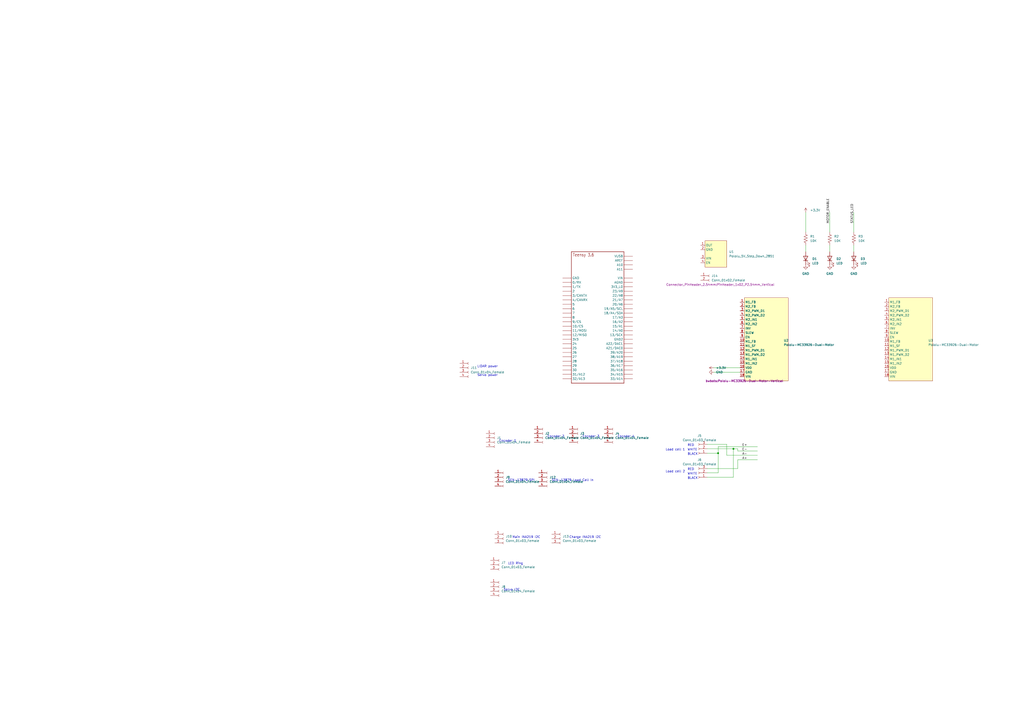
<source format=kicad_sch>
(kicad_sch (version 20211123) (generator eeschema)
  (paper "A2")
  (title_block (title "bw_beer_caddy") (rev "1") (company "BWBots"))
  (lib_symbols
    (symbol "Connector:Conn_01x02_Female" (pin_names (offset 1.016) hide)
      (property "Reference" "J" (at 0 2.54 0))
      (property "Value" "Conn_01x02_Female" (at 0 -5.08 0))
      (symbol "Conn_01x02_Female_1_1"
        (arc (start 0 -2.032) (mid -0.508 -2.54) (end 0 -3.048) (stroke (width 0.1524)))
        (polyline (pts (xy -1.27 -2.54) (xy -0.508 -2.54)) (stroke (width 0.1524)))
        (polyline (pts (xy -1.27 0) (xy -0.508 0)) (stroke (width 0.1524)))
        (arc (start 0 0.508) (mid -0.508 0) (end 0 -0.508) (stroke (width 0.1524)))
        (pin passive line (at -5.08 0 0) (length 3.81) (name "Pin_1") (number "1"))
        (pin passive line (at -5.08 -2.54 0) (length 3.81) (name "Pin_2") (number "2"))
      )
    )
    (symbol "Connector:Conn_01x03_Female" (pin_names (offset 1.016) hide)
      (property "Reference" "J" (at 0 5.08 0))
      (property "Value" "Conn_01x03_Female" (at 0 -5.08 0))
      (symbol "Conn_01x03_Female_1_1"
        (arc (start 0 -2.032) (mid -0.508 -2.54) (end 0 -3.048) (stroke (width 0.1524)))
        (polyline (pts (xy -1.27 -2.54) (xy -0.508 -2.54)) (stroke (width 0.1524)))
        (polyline (pts (xy -1.27 0) (xy -0.508 0)) (stroke (width 0.1524)))
        (polyline (pts (xy -1.27 2.54) (xy -0.508 2.54)) (stroke (width 0.1524)))
        (arc (start 0 0.508) (mid -0.508 0) (end 0 -0.508) (stroke (width 0.1524)))
        (arc (start 0 3.048) (mid -0.508 2.54) (end 0 2.032) (stroke (width 0.1524)))
        (pin passive line (at -5.08 2.54 0) (length 3.81) (name "Pin_1") (number "1"))
        (pin passive line (at -5.08 0 0) (length 3.81) (name "Pin_2") (number "2"))
        (pin passive line (at -5.08 -2.54 0) (length 3.81) (name "Pin_3") (number "3"))
      )
    )
    (symbol "Connector:Conn_01x04_Female" (pin_names (offset 1.016) hide)
      (property "Reference" "J" (at 0 5.08 0))
      (property "Value" "Conn_01x04_Female" (at 0 -7.62 0))
      (symbol "Conn_01x04_Female_1_1"
        (arc (start 0 -4.572) (mid -0.508 -5.08) (end 0 -5.588) (stroke (width 0.1524)))
        (arc (start 0 -2.032) (mid -0.508 -2.54) (end 0 -3.048) (stroke (width 0.1524)))
        (polyline (pts (xy -1.27 -5.08) (xy -0.508 -5.08)) (stroke (width 0.1524)))
        (polyline (pts (xy -1.27 -2.54) (xy -0.508 -2.54)) (stroke (width 0.1524)))
        (polyline (pts (xy -1.27 0) (xy -0.508 0)) (stroke (width 0.1524)))
        (polyline (pts (xy -1.27 2.54) (xy -0.508 2.54)) (stroke (width 0.1524)))
        (arc (start 0 0.508) (mid -0.508 0) (end 0 -0.508) (stroke (width 0.1524)))
        (arc (start 0 3.048) (mid -0.508 2.54) (end 0 2.032) (stroke (width 0.1524)))
        (pin passive line (at -5.08 2.54 0) (length 3.81) (name "Pin_1") (number "1"))
        (pin passive line (at -5.08 0 0) (length 3.81) (name "Pin_2") (number "2"))
        (pin passive line (at -5.08 -2.54 0) (length 3.81) (name "Pin_3") (number "3"))
        (pin passive line (at -5.08 -5.08 0) (length 3.81) (name "Pin_4") (number "4"))
      )
    )
    (symbol "Device:LED" (pin_numbers hide) (pin_names (offset 1.016) hide)
      (property "Reference" "D" (at 0 2.54 0))
      (property "Value" "LED" (at 0 -2.54 0))
      (symbol "LED_0_1"
        (polyline (pts (xy -1.27 -1.27) (xy -1.27 1.27)) (stroke (width 0.254)))
        (polyline (pts (xy -1.27 0) (xy 1.27 0)))
        (polyline (pts (xy 1.27 -1.27) (xy 1.27 1.27) (xy -1.27 0) (xy 1.27 -1.27)) (stroke (width 0.254)))
        (polyline (pts (xy -3.048 -0.762) (xy -4.572 -2.286) (xy -3.81 -2.286) (xy -4.572 -2.286) (xy -4.572 -1.524)))
        (polyline (pts (xy -1.778 -0.762) (xy -3.302 -2.286) (xy -2.54 -2.286) (xy -3.302 -2.286) (xy -3.302 -1.524)))
      )
      (symbol "LED_1_1"
        (pin passive line (at -3.81 0 0) (length 2.54) (name "K") (number "1"))
        (pin passive line (at 3.81 0 180) (length 2.54) (name "A") (number "2"))
      )
    )
    (symbol "Device:R_US" (pin_numbers hide) (pin_names (offset 0))
      (property "Reference" "R" (at 2.54 0 90))
      (property "Value" "R_US" (at -2.54 0 90))
      (symbol "R_US_0_1"
        (polyline (pts (xy 0 -2.286) (xy 0 -2.54)))
        (polyline (pts (xy 0 2.286) (xy 0 2.54)))
        (polyline (pts (xy 0 -0.762) (xy 1.016 -1.143) (xy 0 -1.524) (xy -1.016 -1.905) (xy 0 -2.286)))
        (polyline (pts (xy 0 0.762) (xy 1.016 0.381) (xy 0 0) (xy -1.016 -0.381) (xy 0 -0.762)))
        (polyline (pts (xy 0 2.286) (xy 1.016 1.905) (xy 0 1.524) (xy -1.016 1.143) (xy 0 0.762)))
      )
      (symbol "R_US_1_1"
        (pin passive line (at 0 3.81 270) (length 1.27) (name "~") (number "1"))
        (pin passive line (at 0 -3.81 90) (length 1.27) (name "~") (number "2"))
      )
    )
    (symbol "Pololu-MC33926-Dual-Motor_1"
      (property "Reference" "U" (at 19.05 1.27 0))
      (property "Value" "Pololu-MC33926-Dual-Motor_1" (at 10.16 45.72 0))
      (symbol "Pololu-MC33926-Dual-Motor_1_0_1"
        (rectangle (start 0 48.26) (end 25.4 0) (fill (type background)))
      )
      (symbol "Pololu-MC33926-Dual-Motor_1_1_1"
        (pin bidirectional line (at -2.54 45.72 0) (length 2.54) (name "M1_FB") (number "1"))
        (pin bidirectional line (at -2.54 22.86 0) (length 2.54) (name "M1_FB") (number "10"))
        (pin bidirectional line (at -2.54 20.32 0) (length 2.54) (name "M1_SF") (number "11"))
        (pin bidirectional line (at -2.54 17.78 0) (length 2.54) (name "M1_PWM_D1") (number "12"))
        (pin bidirectional line (at -2.54 15.24 0) (length 2.54) (name "M1_PWM_D2") (number "13"))
        (pin bidirectional line (at -2.54 12.7 0) (length 2.54) (name "M1_IN1") (number "14"))
        (pin bidirectional line (at -2.54 10.16 0) (length 2.54) (name "M1_IN2") (number "15"))
        (pin bidirectional line (at -2.54 7.62 0) (length 2.54) (name "VDD") (number "16"))
        (pin bidirectional line (at -2.54 5.08 0) (length 2.54) (name "GND") (number "17"))
        (pin bidirectional line (at -2.54 2.54 0) (length 2.54) (name "VIN") (number "18"))
        (pin bidirectional line (at -2.54 43.18 0) (length 2.54) (name "M2_FB") (number "2"))
        (pin bidirectional line (at -2.54 40.64 0) (length 2.54) (name "M2_PWM_D1") (number "3"))
        (pin bidirectional line (at -2.54 38.1 0) (length 2.54) (name "M2_PWM_D2") (number "4"))
        (pin bidirectional line (at -2.54 35.56 0) (length 2.54) (name "M2_IN1") (number "5"))
        (pin bidirectional line (at -2.54 33.02 0) (length 2.54) (name "M2_IN2") (number "6"))
        (pin bidirectional line (at -2.54 30.48 0) (length 2.54) (name "INV") (number "7"))
        (pin bidirectional line (at -2.54 27.94 0) (length 2.54) (name "SLEW") (number "8"))
        (pin bidirectional line (at -2.54 25.4 0) (length 2.54) (name "EN") (number "9"))
      )
    )
    (symbol "bwbots:Pololu-MC33926-Dual-Motor"
      (property "Reference" "U" (at 19.05 1.27 0))
      (property "Value" "Pololu-MC33926-Dual-Motor" (at 10.16 45.72 0))
      (symbol "Pololu-MC33926-Dual-Motor_0_1"
        (rectangle (start 0 48.26) (end 25.4 0) (fill (type background)))
      )
      (symbol "Pololu-MC33926-Dual-Motor_1_1"
        (pin bidirectional line (at -2.54 45.72 0) (length 2.54) (name "M1_FB") (number "1"))
        (pin bidirectional line (at -2.54 22.86 0) (length 2.54) (name "M1_FB") (number "10"))
        (pin bidirectional line (at -2.54 20.32 0) (length 2.54) (name "M1_SF") (number "11"))
        (pin bidirectional line (at -2.54 17.78 0) (length 2.54) (name "M1_PWM_D1") (number "12"))
        (pin bidirectional line (at -2.54 15.24 0) (length 2.54) (name "M1_PWM_D2") (number "13"))
        (pin bidirectional line (at -2.54 12.7 0) (length 2.54) (name "M1_IN1") (number "14"))
        (pin bidirectional line (at -2.54 10.16 0) (length 2.54) (name "M1_IN2") (number "15"))
        (pin bidirectional line (at -2.54 7.62 0) (length 2.54) (name "VDD") (number "16"))
        (pin bidirectional line (at -2.54 5.08 0) (length 2.54) (name "GND") (number "17"))
        (pin bidirectional line (at -2.54 2.54 0) (length 2.54) (name "VIN") (number "18"))
        (pin bidirectional line (at -2.54 43.18 0) (length 2.54) (name "M2_FB") (number "2"))
        (pin bidirectional line (at -2.54 40.64 0) (length 2.54) (name "M2_PWM_D1") (number "3"))
        (pin bidirectional line (at -2.54 38.1 0) (length 2.54) (name "M2_PWM_D2") (number "4"))
        (pin bidirectional line (at -2.54 35.56 0) (length 2.54) (name "M2_IN1") (number "5"))
        (pin bidirectional line (at -2.54 33.02 0) (length 2.54) (name "M2_IN2") (number "6"))
        (pin bidirectional line (at -2.54 30.48 0) (length 2.54) (name "INV") (number "7"))
        (pin bidirectional line (at -2.54 27.94 0) (length 2.54) (name "SLEW") (number "8"))
        (pin bidirectional line (at -2.54 25.4 0) (length 2.54) (name "EN") (number "9"))
      )
    )
    (symbol "bwbots:Pololu_5V_Step_Down_2851"
      (property "Reference" "U" (at 0 0 0))
      (property "Value" "Pololu_5V_Step_Down_2851" (at 0 0 0))
      (symbol "Pololu_5V_Step_Down_2851_0_1"
        (rectangle (start 0 15.24) (end 12.7 0) (fill (type background)))
      )
      (symbol "Pololu_5V_Step_Down_2851_1_1"
        (pin bidirectional line (at -2.54 12.7 0) (length 2.54) (name "OUT") (number "1"))
        (pin bidirectional line (at -2.54 10.16 0) (length 2.54) (name "GND") (number "2"))
        (pin bidirectional line (at -2.54 5.08 0) (length 2.54) (name "VIN") (number "3"))
        (pin bidirectional line (at -2.54 2.54 0) (length 2.54) (name "EN") (number "4"))
      )
    )
    (symbol "bwbots:TEENSY_3.5{brace}brace}slash}3.6_BASIC"
      (symbol "TEENSY_3.5{brace}brace}slash}3.6_BASIC_1_0"
        (polyline (pts (xy -15.24 -48.26) (xy 15.24 -48.26)) (stroke (width 0.254)))
        (polyline (pts (xy -15.24 27.94) (xy -15.24 -48.26)) (stroke (width 0.254)))
        (polyline (pts (xy -15.24 27.94) (xy 15.24 27.94)) (stroke (width 0.254)))
        (polyline (pts (xy 15.24 27.94) (xy 15.24 -48.26)) (stroke (width 0.254)))
        (text "Teensy 3.6" (at -14.478 25.146 0) (effects (font (size 1.778 1.5113)) (justify left bottom)))
        (pin bidirectional line (at -20.32 10.16 0) (length 5.08) (name "0/RX") (number "0/RX"))
        (pin bidirectional line (at -20.32 7.62 0) (length 5.08) (name "1/TX") (number "1/TX"))
        (pin bidirectional line (at -20.32 -15.24 0) (length 5.08) (name "10/CS") (number "10/CS"))
        (pin bidirectional line (at -20.32 -17.78 0) (length 5.08) (name "11/MOSI") (number "11/MOSI"))
        (pin bidirectional line (at -20.32 -20.32 0) (length 5.08) (name "12/MISO") (number "12/MISO"))
        (pin bidirectional line (at 20.32 -20.32 180) (length 5.08) (name "13/SCK") (number "13/SCK"))
        (pin bidirectional line (at 20.32 -17.78 180) (length 5.08) (name "14/A0") (number "14/A0"))
        (pin bidirectional line (at 20.32 -15.24 180) (length 5.08) (name "15/A1") (number "15/A1"))
        (pin bidirectional line (at 20.32 -12.7 180) (length 5.08) (name "16/A2") (number "16/A2"))
        (pin bidirectional line (at 20.32 -10.16 180) (length 5.08) (name "17/A3") (number "17/A3"))
        (pin bidirectional line (at 20.32 -7.62 180) (length 5.08) (name "18/A4/SDA") (number "18/A4/SDA"))
        (pin bidirectional line (at 20.32 -5.08 180) (length 5.08) (name "19/A5/SCL") (number "19/A5/SCL"))
        (pin bidirectional line (at -20.32 5.08 0) (length 5.08) (name "2") (number "2"))
        (pin bidirectional line (at 20.32 -2.54 180) (length 5.08) (name "20/A6") (number "20/A6"))
        (pin bidirectional line (at 20.32 0 180) (length 5.08) (name "21/A7") (number "21/A7"))
        (pin bidirectional line (at 20.32 -27.94 180) (length 5.08) (name "A21/DAC0") (number "21/DAC0"))
        (pin bidirectional line (at 20.32 2.54 180) (length 5.08) (name "22/A8") (number "22/A8"))
        (pin bidirectional line (at 20.32 5.08 180) (length 5.08) (name "23/A9") (number "23/A9"))
        (pin bidirectional line (at -20.32 -25.4 0) (length 5.08) (name "24") (number "24"))
        (pin bidirectional line (at -20.32 -27.94 0) (length 5.08) (name "25") (number "25"))
        (pin bidirectional line (at -20.32 -30.48 0) (length 5.08) (name "26") (number "26"))
        (pin bidirectional line (at -20.32 -33.02 0) (length 5.08) (name "27") (number "27"))
        (pin bidirectional line (at -20.32 -35.56 0) (length 5.08) (name "28") (number "28"))
        (pin bidirectional line (at -20.32 -38.1 0) (length 5.08) (name "29") (number "29"))
        (pin bidirectional line (at -20.32 2.54 0) (length 5.08) (name "3/CANTX") (number "3/CANTX"))
        (pin bidirectional line (at -20.32 -40.64 0) (length 5.08) (name "30") (number "30"))
        (pin bidirectional line (at -20.32 -43.18 0) (length 5.08) (name "31/A12") (number "31/A12"))
        (pin bidirectional line (at -20.32 -45.72 0) (length 5.08) (name "32/A13") (number "32/A13"))
        (pin bidirectional line (at 20.32 -45.72 180) (length 5.08) (name "33/A14") (number "33/A14"))
        (pin bidirectional line (at 20.32 -43.18 180) (length 5.08) (name "34/A15") (number "34/A15"))
        (pin bidirectional line (at 20.32 -40.64 180) (length 5.08) (name "35/A16") (number "35/A16"))
        (pin bidirectional line (at 20.32 -38.1 180) (length 5.08) (name "36/A17") (number "36/A17"))
        (pin bidirectional line (at 20.32 -35.56 180) (length 5.08) (name "37/A18") (number "37/A18"))
        (pin bidirectional line (at 20.32 -33.02 180) (length 5.08) (name "38/A19") (number "38/A19"))
        (pin bidirectional line (at 20.32 -30.48 180) (length 5.08) (name "39/A20") (number "39/A20"))
        (pin bidirectional line (at -20.32 -22.86 0) (length 5.08) (name "3V3") (number "3V3"))
        (pin bidirectional line (at 20.32 7.62 180) (length 5.08) (name "3V3_LO") (number "3V3_LO"))
        (pin bidirectional line (at -20.32 0 0) (length 5.08) (name "4/CANRX") (number "4/CANRX"))
        (pin bidirectional line (at -20.32 -2.54 0) (length 5.08) (name "5") (number "5"))
        (pin bidirectional line (at -20.32 -5.08 0) (length 5.08) (name "6") (number "6"))
        (pin bidirectional line (at -20.32 -7.62 0) (length 5.08) (name "7") (number "7"))
        (pin bidirectional line (at -20.32 -10.16 0) (length 5.08) (name "8") (number "8"))
        (pin bidirectional line (at -20.32 -12.7 0) (length 5.08) (name "9/CS") (number "9/CS"))
        (pin bidirectional line (at 20.32 20.32 180) (length 5.08) (name "A10") (number "A10"))
        (pin bidirectional line (at 20.32 17.78 180) (length 5.08) (name "A11") (number "A11"))
        (pin bidirectional line (at 20.32 -25.4 180) (length 5.08) (name "A22/DAC1") (number "A22/DAC1"))
        (pin bidirectional line (at 20.32 10.16 180) (length 5.08) (name "AGND") (number "AGND"))
        (pin bidirectional line (at 20.32 22.86 180) (length 5.08) (name "AREF") (number "AREF"))
        (pin bidirectional line (at -20.32 12.7 0) (length 5.08) (name "GND") (number "GND"))
        (pin bidirectional line (at 20.32 -22.86 180) (length 5.08) (name "GND2") (number "GND2"))
        (pin bidirectional line (at 20.32 12.7 180) (length 5.08) (name "VIN") (number "VIN"))
        (pin bidirectional line (at 20.32 25.4 180) (length 5.08) (name "VUSB") (number "VUSB"))
      )
    )
    (symbol "power:+3.3V" (power) (pin_names (offset 0))
      (property "Value" "+3.3V" (at 0 3.556 0))
      (symbol "+3.3V_0_1"
        (polyline (pts (xy -0.762 1.27) (xy 0 2.54)))
        (polyline (pts (xy 0 0) (xy 0 2.54)))
        (polyline (pts (xy 0 2.54) (xy 0.762 1.27)))
      )
      (symbol "+3.3V_1_1"
        (pin power_in line (at 0 0 90) (length 0) hide (name "+3.3V") (number "1"))
      )
    )
    (symbol "power:GND" (power) (pin_names (offset 0))
      (property "Value" "GND" (at 0 -3.81 0))
      (symbol "GND_0_1"
        (polyline (pts (xy 0 0) (xy 0 -1.27) (xy 1.27 -1.27) (xy 0 -2.54) (xy -1.27 -1.27) (xy 0 -1.27)))
      )
      (symbol "GND_1_1"
        (pin power_in line (at 0 0 270) (length 0) hide (name "GND") (number "1"))
      )
    )
  )
  (junction (at 416.56 262.89))
  (junction (at 425.45 260.35))
  (wire (pts (xy 416.56 259.08) (xy 439.42 259.08)))
  (wire (pts (xy 427.99 260.35) (xy 427.99 261.62)))
  (wire (pts (xy 416.56 274.32) (xy 416.56 262.89)))
  (wire (pts (xy 414.02 215.9) (xy 429.26 215.9)))
  (wire (pts (xy 410.21 274.32) (xy 416.56 274.32)))
  (wire (pts (xy 495.3 142.24) (xy 495.3 146.05)))
  (wire (pts (xy 410.21 276.86) (xy 425.45 276.86)))
  (wire (pts (xy 481.33 142.24) (xy 481.33 146.05)))
  (wire (pts (xy 425.45 260.35) (xy 427.99 260.35)))
  (wire (pts (xy 495.3 123.19) (xy 495.3 134.62)))
  (wire (pts (xy 467.36 142.24) (xy 467.36 146.05)))
  (wire (pts (xy 467.36 123.19) (xy 467.36 134.62)))
  (wire (pts (xy 425.45 276.86) (xy 425.45 260.35)))
  (wire (pts (xy 427.99 266.7) (xy 439.42 266.7)))
  (wire (pts (xy 481.33 123.19) (xy 481.33 134.62)))
  (wire (pts (xy 421.64 264.16) (xy 439.42 264.16)))
  (wire (pts (xy 421.64 257.81) (xy 421.64 264.16)))
  (wire (pts (xy 427.99 271.78) (xy 410.21 271.78)))
  (wire (pts (xy 410.21 260.35) (xy 425.45 260.35)))
  (wire (pts (xy 427.99 261.62) (xy 439.42 261.62)))
  (wire (pts (xy 414.02 213.36) (xy 429.26 213.36)))
  (wire (pts (xy 410.21 257.81) (xy 421.64 257.81)))
  (wire (pts (xy 427.99 266.7) (xy 427.99 271.78)))
  (wire (pts (xy 416.56 262.89) (xy 416.56 259.08)))
  (wire (pts (xy 410.21 262.89) (xy 416.56 262.89)))
  (text "Encoder 3" (at 337.82 254 0) (effects (font (size 1.27 1.27)) (justify left bottom)))
  (text "Main INA219 I2C" (at 297.18 312.42 0) (effects (font (size 1.27 1.27)) (justify left bottom)))
  (text "Servo power" (at 276.86 218.44 0) (effects (font (size 1.27 1.27)) (justify left bottom)))
  (text "Load cell 2" (at 386.08 274.32 0) (effects (font (size 1.27 1.27)) (justify left bottom)))
  (text "SEN-13879 SPI" (at 294.64 279.4 0) (effects (font (size 1.27 1.27)) (justify left bottom)))
  (text "Encoder 2" (at 317.5 254 0) (effects (font (size 1.27 1.27)) (justify left bottom)))
  (text "WHITE" (at 398.78 261.62 0) (effects (font (size 1.27 1.27)) (justify left bottom)))
  (text "Servo I2C" (at 292.1 342.9 0) (effects (font (size 1.27 1.27)) (justify left bottom)))
  (text "WHITE" (at 398.78 275.59 0) (effects (font (size 1.27 1.27)) (justify left bottom)))
  (text "RED" (at 398.78 273.05 0) (effects (font (size 1.27 1.27)) (justify left bottom)))
  (text "RED" (at 398.78 259.08 0) (effects (font (size 1.27 1.27)) (justify left bottom)))
  (text "Load cell 1" (at 386.08 261.62 0) (effects (font (size 1.27 1.27)) (justify left bottom)))
  (text "SEN-13879 Load Cell In" (at 320.04 279.4 0) (effects (font (size 1.27 1.27)) (justify left bottom)))
  (text "BLACK" (at 398.78 278.13 0) (effects (font (size 1.27 1.27)) (justify left bottom)))
  (text "Encoder 4" (at 358.14 254 0) (effects (font (size 1.27 1.27)) (justify left bottom)))
  (text "Encoder 1" (at 289.56 256.54 0) (effects (font (size 1.27 1.27)) (justify left bottom)))
  (text "Charge INA219 I2C" (at 330.2 312.42 0) (effects (font (size 1.27 1.27)) (justify left bottom)))
  (text "BLACK" (at 398.78 264.16 0) (effects (font (size 1.27 1.27)) (justify left bottom)))
  (text "LED Ring" (at 294.64 327.66 0) (effects (font (size 1.27 1.27)) (justify left bottom)))
  (text "LIDAR power" (at 276.86 213.36 0) (effects (font (size 1.27 1.27)) (justify left bottom)))
  (label "A+" (at 430.53 266.7 0))
  (label "E-" (at 430.53 261.62 0))
  (label "E+" (at 430.53 259.08 0))
  (label "MOTOR_ENABLE" (at 481.33 129.54 90))
  (label "STATUS_LED" (at 495.3 129.54 90))
  (label "A-" (at 430.53 264.16 0))
  (symbol (lib_id "Device:LED") (at 481.33 149.86 90) (unit 1)
    (property "Reference" "D2" (at 485.14 150.1774 90) (effects (justify right)))
    (property "Value" "LED" (at 485.14 152.7174 90) (effects (justify right)))
    (property "Footprint" "LED_SMD:LED_1206_3216Metric" (effects hide))
    (property "Part Number" "1078" (effects hide))
  )
  (symbol (lib_id "Device:R_US") (at 481.33 138.43 180) (unit 1)
    (property "Reference" "R2" (at 483.87 137.1599 0) (effects (justify right)))
    (property "Value" "10K" (at 483.87 139.6999 0) (effects (justify right)))
    (property "Footprint" "Resistor_SMD:R_0805_2012Metric" (effects hide))
    (property "Part Number" "1090" (effects hide))
  )
  (symbol (lib_id "power:GND") (at 467.36 153.67 0) (unit 1)
    (property "Reference" "#PWR025" (effects hide))
    (property "Value" "GND" (at 467.36 158.75 0))
  )
  (symbol (lib_id "bwbots:TEENSY_3.5{brace}brace}slash}3.6_BASIC") (at 346.71 173.99 0) (unit 1)
    (property "Reference" "U$2" (effects hide))
    (property "Value" "TEENSY_3.5{brace}slash}3.6_BASIC" (effects hide))
    (property "Footprint" "bwbots:TEENSY_3.5_3.6_BASIC" (effects hide))
    (property "Part Number" "1099" (effects hide))
  )
  (symbol (lib_id "Connector:Conn_01x04_Female") (at 271.78 213.36 0) (unit 1)
    (property "Reference" "J11" (at 273.05 213.3599 0) (effects (justify left)))
    (property "Value" "Conn_01x04_Female" (at 273.05 215.8999 0) (effects (justify left)))
    (property "Footprint" "TerminalBlock_4Ucon:TerminalBlock_4Ucon_1x04_P3.50mm_Horizontal" (effects hide))
  )
  (symbol (lib_id "Connector:Conn_01x03_Female") (at 325.12 312.42 0) (unit 1)
    (property "Reference" "J13" (at 326.39 311.1499 0) (effects (justify left)))
    (property "Value" "Conn_01x03_Female" (at 326.39 313.6899 0) (effects (justify left)))
    (property "Footprint" "Connector_JST:JST_XH_B3B-XH-A_1x03_P2.50mm_Vertical" (effects hide))
    (property "Part Number" "1083" (effects hide))
  )
  (symbol (lib_id "power:GND") (at 414.02 215.9 270) (unit 1)
    (property "Reference" "#PWR0102" (effects hide))
    (property "Value" "GND" (at 415.29 215.8999 90) (effects (justify left)))
  )
  (symbol (lib_id "Connector:Conn_01x04_Female") (at 317.5 276.86 0) (unit 1)
    (property "Reference" "J12" (at 318.77 276.8599 0) (effects (justify left)))
    (property "Value" "Conn_01x04_Female" (at 318.77 279.3999 0) (effects (justify left)))
    (property "Footprint" "Connector_JST:JST_XH_B4B-XH-A_1x04_P2.50mm_Vertical" (effects hide))
  )
  (symbol (lib_id "Connector:Conn_01x04_Female") (at 292.1 276.86 0) (unit 1)
    (property "Reference" "J9" (at 293.37 276.8599 0) (effects (justify left)))
    (property "Value" "Conn_01x04_Female" (at 293.37 279.3999 0) (effects (justify left)))
    (property "Footprint" "Connector_JST:JST_XH_B4B-XH-A_1x04_P2.50mm_Vertical" (effects hide))
  )
  (symbol (lib_id "power:GND") (at 481.33 153.67 0) (unit 1)
    (property "Reference" "#PWR026" (effects hide))
    (property "Value" "GND" (at 481.33 158.75 0))
  )
  (symbol (lib_name "Pololu-MC33926-Dual-Motor_1") (lib_id "bwbots:Pololu-MC33926-Dual-Motor") (at 515.62 220.98 0) (unit 1)
    (property "Reference" "U3" (at 538.48 197.4849 0) (effects (justify left)))
    (property "Value" "Pololu-MC33926-Dual-Motor" (at 538.48 200.0249 0) (effects (justify left)))
    (property "Footprint" "bwbots:Pololu-MC33926-Dual-Motor-Vertical" (effects hide))
  )
  (symbol (lib_id "Connector:Conn_01x04_Female") (at 287.02 254 0) (unit 1)
    (property "Reference" "J1" (at 288.29 253.9999 0) (effects (justify left)))
    (property "Value" "Conn_01x04_Female" (at 288.29 256.5399 0) (effects (justify left)))
    (property "Footprint" "Connector_JST:JST_XH_B4B-XH-A_1x04_P2.50mm_Vertical" (effects hide))
  )
  (symbol (lib_id "Connector:Conn_01x04_Female") (at 355.6 251.46 0) (unit 1)
    (property "Reference" "J4" (at 356.87 251.4599 0) (effects (justify left)))
    (property "Value" "Conn_01x04_Female" (at 356.87 253.9999 0) (effects (justify left)))
    (property "Footprint" "Connector_JST:JST_XH_B4B-XH-A_1x04_P2.50mm_Vertical" (effects hide))
  )
  (symbol (lib_id "power:GND") (at 495.3 153.67 0) (unit 1)
    (property "Reference" "#PWR040" (effects hide))
    (property "Value" "GND" (at 495.3 158.75 0))
  )
  (symbol (lib_id "bwbots:Pololu_5V_Step_Down_2851") (at 408.94 154.94 0) (unit 1)
    (property "Reference" "U1" (at 422.91 146.0499 0) (effects (justify left)))
    (property "Value" "Pololu_5V_Step_Down_2851" (at 422.91 148.5899 0) (effects (justify left)))
    (property "Footprint" "bwbots:Pololu_5V_Step_Down_2851" (effects hide))
  )
  (symbol (lib_id "Connector:Conn_01x03_Female") (at 405.13 260.35 180) (unit 1)
    (property "Reference" "J5" (at 405.765 252.73 0))
    (property "Value" "Conn_01x03_Female" (at 405.765 255.27 0))
    (property "Footprint" "Connector_JST:JST_XH_B3B-XH-A_1x03_P2.50mm_Vertical" (effects hide))
    (property "Part Number" "1083" (effects hide))
  )
  (symbol (lib_id "power:+3.3V") (at 414.02 213.36 90) (unit 1)
    (property "Reference" "#PWR0101" (effects hide))
    (property "Value" "+3.3V" (at 415.29 213.3599 90) (effects (justify right)))
  )
  (symbol (lib_id "Device:R_US") (at 467.36 138.43 180) (unit 1)
    (property "Reference" "R1" (at 469.9 137.1599 0) (effects (justify right)))
    (property "Value" "10K" (at 469.9 139.6999 0) (effects (justify right)))
    (property "Footprint" "Resistor_SMD:R_0805_2012Metric" (effects hide))
    (property "Part Number" "1090" (effects hide))
  )
  (symbol (lib_id "Connector:Conn_01x04_Female") (at 314.96 251.46 0) (unit 1)
    (property "Reference" "J2" (at 316.23 251.4599 0) (effects (justify left)))
    (property "Value" "Conn_01x04_Female" (at 316.23 253.9999 0) (effects (justify left)))
    (property "Footprint" "Connector_JST:JST_XH_B4B-XH-A_1x04_P2.50mm_Vertical" (effects hide))
  )
  (symbol (lib_id "Device:LED") (at 467.36 149.86 90) (unit 1)
    (property "Reference" "D1" (at 471.17 150.1774 90) (effects (justify right)))
    (property "Value" "LED" (at 471.17 152.7174 90) (effects (justify right)))
    (property "Footprint" "LED_SMD:LED_1206_3216Metric" (effects hide))
    (property "Part Number" "1078" (effects hide))
  )
  (symbol (lib_id "power:+3.3V") (at 467.36 123.19 0) (unit 1)
    (property "Reference" "#PWR024" (effects hide))
    (property "Value" "+3.3V" (at 469.9 121.9199 0) (effects (justify left)))
  )
  (symbol (lib_id "Connector:Conn_01x04_Female") (at 335.28 251.46 0) (unit 1)
    (property "Reference" "J3" (at 336.55 251.4599 0) (effects (justify left)))
    (property "Value" "Conn_01x04_Female" (at 336.55 253.9999 0) (effects (justify left)))
    (property "Footprint" "Connector_JST:JST_XH_B4B-XH-A_1x04_P2.50mm_Vertical" (effects hide))
  )
  (symbol (lib_id "Connector:Conn_01x03_Female") (at 289.56 327.66 0) (unit 1)
    (property "Reference" "J7" (at 290.83 326.3899 0) (effects (justify left)))
    (property "Value" "Conn_01x03_Female" (at 290.83 328.9299 0) (effects (justify left)))
    (property "Footprint" "Connector_JST:JST_XH_B3B-XH-A_1x03_P2.50mm_Vertical" (effects hide))
    (property "Part Number" "1083" (effects hide))
  )
  (symbol (lib_id "Device:LED") (at 495.3 149.86 90) (unit 1)
    (property "Reference" "D3" (at 499.11 150.1774 90) (effects (justify right)))
    (property "Value" "LED" (at 499.11 152.7174 90) (effects (justify right)))
    (property "Footprint" "LED_SMD:LED_1206_3216Metric" (effects hide))
    (property "Part Number" "1078" (effects hide))
  )
  (symbol (lib_id "bwbots:Pololu-MC33926-Dual-Motor") (at 431.8 220.98 0) (unit 1)
    (property "Reference" "U2" (at 454.66 197.4849 0) (effects (justify left)))
    (property "Value" "Pololu-MC33926-Dual-Motor" (at 454.66 200.0249 0) (effects (justify left)))
    (property "Footprint" "bwbots:Pololu-MC33926-Dual-Motor-Vertical" (at 431.8 220.98 0))
  )
  (symbol (lib_id "Connector:Conn_01x03_Female") (at 405.13 274.32 180) (unit 1)
    (property "Reference" "J6" (at 405.765 266.7 0))
    (property "Value" "Conn_01x03_Female" (at 405.765 269.24 0))
    (property "Footprint" "Connector_JST:JST_XH_B3B-XH-A_1x03_P2.50mm_Vertical" (effects hide))
    (property "Part Number" "1083" (effects hide))
  )
  (symbol (lib_id "Connector:Conn_01x04_Female") (at 289.56 340.36 0) (unit 1)
    (property "Reference" "J8" (at 290.83 340.3599 0) (effects (justify left)))
    (property "Value" "Conn_01x04_Female" (at 290.83 342.8999 0) (effects (justify left)))
    (property "Footprint" "Connector_JST:JST_XH_B4B-XH-A_1x04_P2.50mm_Vertical" (effects hide))
  )
  (symbol (lib_id "Connector:Conn_01x03_Female") (at 292.1 312.42 0) (unit 1)
    (property "Reference" "J10" (at 293.37 311.1499 0) (effects (justify left)))
    (property "Value" "Conn_01x03_Female" (at 293.37 313.6899 0) (effects (justify left)))
    (property "Footprint" "Connector_JST:JST_XH_B3B-XH-A_1x03_P2.50mm_Vertical" (effects hide))
    (property "Part Number" "1083" (effects hide))
  )
  (symbol (lib_id "Device:R_US") (at 495.3 138.43 180) (unit 1)
    (property "Reference" "R3" (at 497.84 137.1599 0) (effects (justify right)))
    (property "Value" "10K" (at 497.84 139.6999 0) (effects (justify right)))
    (property "Footprint" "Resistor_SMD:R_0805_2012Metric" (effects hide))
    (property "Part Number" "1090" (effects hide))
  )
  (symbol (lib_id "Connector:Conn_01x02_Female") (at 411.48 160.02 0) (unit 1)
    (property "Reference" "J14" (at 412.75 160.0199 0) (effects (justify left)))
    (property "Value" "Conn_01x02_Female" (at 412.75 162.5599 0) (effects (justify left)))
    (property "Footprint" "Connector_PinHeader_2.54mm:PinHeader_1x02_P2.54mm_Vertical" (at 417.83 165.1 0))
  )
)
</source>
